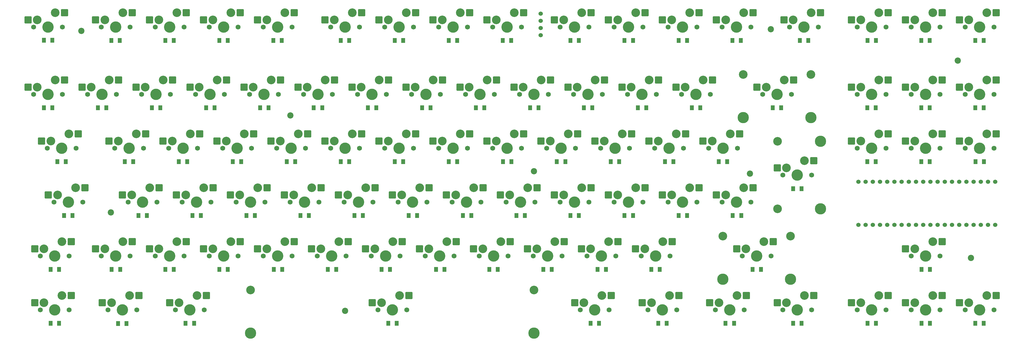
<source format=gbs>
G04 #@! TF.GenerationSoftware,KiCad,Pcbnew,8.0.6*
G04 #@! TF.CreationDate,2024-12-17T01:06:02+01:00*
G04 #@! TF.ProjectId,wxKeyboard,77784b65-7962-46f6-9172-642e6b696361,rev?*
G04 #@! TF.SameCoordinates,Original*
G04 #@! TF.FileFunction,Soldermask,Bot*
G04 #@! TF.FilePolarity,Negative*
%FSLAX46Y46*%
G04 Gerber Fmt 4.6, Leading zero omitted, Abs format (unit mm)*
G04 Created by KiCad (PCBNEW 8.0.6) date 2024-12-17 01:06:02*
%MOMM*%
%LPD*%
G01*
G04 APERTURE LIST*
G04 Aperture macros list*
%AMRoundRect*
0 Rectangle with rounded corners*
0 $1 Rounding radius*
0 $2 $3 $4 $5 $6 $7 $8 $9 X,Y pos of 4 corners*
0 Add a 4 corners polygon primitive as box body*
4,1,4,$2,$3,$4,$5,$6,$7,$8,$9,$2,$3,0*
0 Add four circle primitives for the rounded corners*
1,1,$1+$1,$2,$3*
1,1,$1+$1,$4,$5*
1,1,$1+$1,$6,$7*
1,1,$1+$1,$8,$9*
0 Add four rect primitives between the rounded corners*
20,1,$1+$1,$2,$3,$4,$5,0*
20,1,$1+$1,$4,$5,$6,$7,0*
20,1,$1+$1,$6,$7,$8,$9,0*
20,1,$1+$1,$8,$9,$2,$3,0*%
G04 Aperture macros list end*
%ADD10C,2.200000*%
%ADD11C,3.048000*%
%ADD12C,3.987800*%
%ADD13C,1.750000*%
%ADD14C,3.050000*%
%ADD15C,4.000000*%
%ADD16RoundRect,0.250000X-1.025000X-1.000000X1.025000X-1.000000X1.025000X1.000000X-1.025000X1.000000X0*%
%ADD17C,1.524000*%
%ADD18RoundRect,0.250001X0.462499X0.624999X-0.462499X0.624999X-0.462499X-0.624999X0.462499X-0.624999X0*%
G04 APERTURE END LIST*
D10*
X357200000Y-377200000D03*
X433400000Y-378100000D03*
X290500000Y-426600000D03*
X271200000Y-357500000D03*
X506700000Y-338100000D03*
X440700000Y-327000000D03*
X511300000Y-407900000D03*
X197500000Y-327600000D03*
X207900000Y-391800000D03*
D11*
X443071250Y-390556750D03*
D12*
X458281250Y-390556750D03*
D11*
X443071250Y-366680750D03*
D12*
X458281250Y-366680750D03*
D13*
X421163750Y-426243750D03*
D14*
X422433750Y-423703750D03*
D15*
X426243750Y-426243750D03*
D14*
X428783750Y-421163750D03*
D13*
X431323750Y-426243750D03*
D16*
X419158750Y-423703750D03*
X432085750Y-421163750D03*
D13*
X509270000Y-369093750D03*
D14*
X510540000Y-366553750D03*
D15*
X514350000Y-369093750D03*
D14*
X516890000Y-364013750D03*
D13*
X519430000Y-369093750D03*
D16*
X507265000Y-366553750D03*
X520192000Y-364013750D03*
D13*
X375887500Y-407193750D03*
D14*
X377157500Y-404653750D03*
D15*
X380967500Y-407193750D03*
D14*
X383507500Y-402113750D03*
D13*
X386047500Y-407193750D03*
D16*
X373882500Y-404653750D03*
X386809500Y-402113750D03*
D13*
X471170000Y-326231250D03*
D14*
X472440000Y-323691250D03*
D15*
X476250000Y-326231250D03*
D14*
X478790000Y-321151250D03*
D13*
X481330000Y-326231250D03*
D16*
X469165000Y-323691250D03*
X482092000Y-321151250D03*
D13*
X366395000Y-388143750D03*
D14*
X367665000Y-385603750D03*
D15*
X371475000Y-388143750D03*
D14*
X374015000Y-383063750D03*
D13*
X376555000Y-388143750D03*
D16*
X364390000Y-385603750D03*
X377317000Y-383063750D03*
D13*
X285432500Y-326231250D03*
D14*
X286702500Y-323691250D03*
D15*
X290512500Y-326231250D03*
D14*
X293052500Y-321151250D03*
D13*
X295592500Y-326231250D03*
D16*
X283427500Y-323691250D03*
X296354500Y-321151250D03*
D13*
X423545000Y-326231250D03*
D14*
X424815000Y-323691250D03*
D15*
X428625000Y-326231250D03*
D14*
X431165000Y-321151250D03*
D13*
X433705000Y-326231250D03*
D16*
X421540000Y-323691250D03*
X434467000Y-321151250D03*
D11*
X257181250Y-419258750D03*
D12*
X257181250Y-434468750D03*
D11*
X357181250Y-419258750D03*
D12*
X357181250Y-434468750D03*
D13*
X509270000Y-326231250D03*
D14*
X510540000Y-323691250D03*
D15*
X514350000Y-326231250D03*
D14*
X516890000Y-321151250D03*
D13*
X519430000Y-326231250D03*
D16*
X507265000Y-323691250D03*
X520192000Y-321151250D03*
D13*
X404495000Y-388143750D03*
D14*
X405765000Y-385603750D03*
D15*
X409575000Y-388143750D03*
D14*
X412115000Y-383063750D03*
D13*
X414655000Y-388143750D03*
D16*
X402490000Y-385603750D03*
X415417000Y-383063750D03*
D13*
X187801250Y-388143750D03*
D14*
X189071250Y-385603750D03*
D15*
X192881250Y-388143750D03*
D14*
X195421250Y-383063750D03*
D13*
X197961250Y-388143750D03*
D16*
X185796250Y-385603750D03*
X198723250Y-383063750D03*
D13*
X261620000Y-407193750D03*
D14*
X262890000Y-404653750D03*
D15*
X266700000Y-407193750D03*
D14*
X269240000Y-402113750D03*
D13*
X271780000Y-407193750D03*
D16*
X259615000Y-404653750D03*
X272542000Y-402113750D03*
D13*
X261620000Y-326231250D03*
D14*
X262890000Y-323691250D03*
D15*
X266700000Y-326231250D03*
D14*
X269240000Y-321151250D03*
D13*
X271780000Y-326231250D03*
D16*
X259615000Y-323691250D03*
X272542000Y-321151250D03*
D13*
X280670000Y-407193750D03*
D14*
X281940000Y-404653750D03*
D15*
X285750000Y-407193750D03*
D14*
X288290000Y-402113750D03*
D13*
X290830000Y-407193750D03*
D16*
X278665000Y-404653750D03*
X291592000Y-402113750D03*
D13*
X223520000Y-407193750D03*
D14*
X224790000Y-404653750D03*
D15*
X228600000Y-407193750D03*
D14*
X231140000Y-402113750D03*
D13*
X233680000Y-407193750D03*
D16*
X221515000Y-404653750D03*
X234442000Y-402113750D03*
D13*
X237807500Y-350043750D03*
D14*
X239077500Y-347503750D03*
D15*
X242887500Y-350043750D03*
D14*
X245427500Y-344963750D03*
D13*
X247967500Y-350043750D03*
D16*
X235802500Y-347503750D03*
X248729500Y-344963750D03*
D13*
X290195000Y-388143750D03*
D14*
X291465000Y-385603750D03*
D15*
X295275000Y-388143750D03*
D14*
X297815000Y-383063750D03*
D13*
X300355000Y-388143750D03*
D16*
X288190000Y-385603750D03*
X301117000Y-383063750D03*
D13*
X447357500Y-326231250D03*
D14*
X448627500Y-323691250D03*
D15*
X452437500Y-326231250D03*
D14*
X454977500Y-321151250D03*
D13*
X457517500Y-326231250D03*
D16*
X445352500Y-323691250D03*
X458279500Y-321151250D03*
D13*
X323532500Y-326231250D03*
D14*
X324802500Y-323691250D03*
D15*
X328612500Y-326231250D03*
D14*
X331152500Y-321151250D03*
D13*
X333692500Y-326231250D03*
D16*
X321527500Y-323691250D03*
X334454500Y-321151250D03*
D13*
X230663750Y-426243750D03*
D14*
X231933750Y-423703750D03*
D15*
X235743750Y-426243750D03*
D14*
X238283750Y-421163750D03*
D13*
X240823750Y-426243750D03*
D16*
X228658750Y-423703750D03*
X241585750Y-421163750D03*
D13*
X342582500Y-326231250D03*
D14*
X343852500Y-323691250D03*
D15*
X347662500Y-326231250D03*
D14*
X350202500Y-321151250D03*
D13*
X352742500Y-326231250D03*
D16*
X340577500Y-323691250D03*
X353504500Y-321151250D03*
D13*
X373538750Y-426243750D03*
D14*
X374808750Y-423703750D03*
D15*
X378618750Y-426243750D03*
D14*
X381158750Y-421163750D03*
D13*
X383698750Y-426243750D03*
D16*
X371533750Y-423703750D03*
X384460750Y-421163750D03*
D13*
X342582500Y-369093750D03*
D14*
X343852500Y-366553750D03*
D15*
X347662500Y-369093750D03*
D14*
X350202500Y-364013750D03*
D13*
X352742500Y-369093750D03*
D16*
X340577500Y-366553750D03*
X353504500Y-364013750D03*
D13*
X204470000Y-407193750D03*
D14*
X205740000Y-404653750D03*
D15*
X209550000Y-407193750D03*
D14*
X212090000Y-402113750D03*
D13*
X214630000Y-407193750D03*
D16*
X202465000Y-404653750D03*
X215392000Y-402113750D03*
D13*
X490220000Y-326231250D03*
D14*
X491490000Y-323691250D03*
D15*
X495300000Y-326231250D03*
D14*
X497840000Y-321151250D03*
D13*
X500380000Y-326231250D03*
D16*
X488215000Y-323691250D03*
X501142000Y-321151250D03*
D13*
X285432500Y-369093750D03*
D14*
X286702500Y-366553750D03*
D15*
X290512500Y-369093750D03*
D14*
X293052500Y-364013750D03*
D13*
X295592500Y-369093750D03*
D16*
X283427500Y-366553750D03*
X296354500Y-364013750D03*
D13*
X266382500Y-369093750D03*
D14*
X267652500Y-366553750D03*
D15*
X271462500Y-369093750D03*
D14*
X274002500Y-364013750D03*
D13*
X276542500Y-369093750D03*
D16*
X264377500Y-366553750D03*
X277304500Y-364013750D03*
D13*
X213995000Y-388143750D03*
D14*
X215265000Y-385603750D03*
D15*
X219075000Y-388143750D03*
D14*
X221615000Y-383063750D03*
D13*
X224155000Y-388143750D03*
D16*
X211990000Y-385603750D03*
X224917000Y-383063750D03*
D13*
X180657500Y-326231250D03*
D14*
X181927500Y-323691250D03*
D15*
X185737500Y-326231250D03*
D14*
X188277500Y-321151250D03*
D13*
X190817500Y-326231250D03*
D16*
X178652500Y-323691250D03*
X191579500Y-321151250D03*
D13*
X385445000Y-326231250D03*
D14*
X386715000Y-323691250D03*
D15*
X390525000Y-326231250D03*
D14*
X393065000Y-321151250D03*
D13*
X395605000Y-326231250D03*
D16*
X383440000Y-323691250D03*
X396367000Y-321151250D03*
D11*
X430974500Y-343058750D03*
D12*
X430974500Y-358268750D03*
D11*
X454850500Y-343058750D03*
D12*
X454850500Y-358268750D03*
D13*
X204470000Y-326231250D03*
D14*
X205740000Y-323691250D03*
D15*
X209550000Y-326231250D03*
D14*
X212090000Y-321151250D03*
D13*
X214630000Y-326231250D03*
D16*
X202465000Y-323691250D03*
X215392000Y-321151250D03*
D13*
X328295000Y-388143750D03*
D14*
X329565000Y-385603750D03*
D15*
X333375000Y-388143750D03*
D14*
X335915000Y-383063750D03*
D13*
X338455000Y-388143750D03*
D16*
X326290000Y-385603750D03*
X339217000Y-383063750D03*
D13*
X314007500Y-350043750D03*
D14*
X315277500Y-347503750D03*
D15*
X319087500Y-350043750D03*
D14*
X321627500Y-344963750D03*
D13*
X324167500Y-350043750D03*
D16*
X312002500Y-347503750D03*
X324929500Y-344963750D03*
D13*
X356870000Y-407193750D03*
D14*
X358140000Y-404653750D03*
D15*
X361950000Y-407193750D03*
D14*
X364490000Y-402113750D03*
D13*
X367030000Y-407193750D03*
D16*
X354865000Y-404653750D03*
X367792000Y-402113750D03*
D13*
X490220000Y-426243750D03*
D14*
X491490000Y-423703750D03*
D15*
X495300000Y-426243750D03*
D14*
X497840000Y-421163750D03*
D13*
X500380000Y-426243750D03*
D16*
X488215000Y-423703750D03*
X501142000Y-421163750D03*
D13*
X183038750Y-407193750D03*
D14*
X184308750Y-404653750D03*
D15*
X188118750Y-407193750D03*
D14*
X190658750Y-402113750D03*
D13*
X193198750Y-407193750D03*
D16*
X181033750Y-404653750D03*
X193960750Y-402113750D03*
D13*
X242570000Y-326231250D03*
D14*
X243840000Y-323691250D03*
D15*
X247650000Y-326231250D03*
D14*
X250190000Y-321151250D03*
D13*
X252730000Y-326231250D03*
D16*
X240565000Y-323691250D03*
X253492000Y-321151250D03*
D13*
X304482500Y-369093750D03*
D14*
X305752500Y-366553750D03*
D15*
X309562500Y-369093750D03*
D14*
X312102500Y-364013750D03*
D13*
X314642500Y-369093750D03*
D16*
X302477500Y-366553750D03*
X315404500Y-364013750D03*
D13*
X304482500Y-326231250D03*
D14*
X305752500Y-323691250D03*
D15*
X309562500Y-326231250D03*
D14*
X312102500Y-321151250D03*
D13*
X314642500Y-326231250D03*
D16*
X302477500Y-323691250D03*
X315404500Y-321151250D03*
D13*
X333057500Y-350043750D03*
D14*
X334327500Y-347503750D03*
D15*
X338137500Y-350043750D03*
D14*
X340677500Y-344963750D03*
D13*
X343217500Y-350043750D03*
D16*
X331052500Y-347503750D03*
X343979500Y-344963750D03*
D13*
X399732500Y-369093750D03*
D14*
X401002500Y-366553750D03*
D15*
X404812500Y-369093750D03*
D14*
X407352500Y-364013750D03*
D13*
X409892500Y-369093750D03*
D16*
X397727500Y-366553750D03*
X410654500Y-364013750D03*
D13*
X242570000Y-407193750D03*
D14*
X243840000Y-404653750D03*
D15*
X247650000Y-407193750D03*
D14*
X250190000Y-402113750D03*
D13*
X252730000Y-407193750D03*
D16*
X240565000Y-404653750D03*
X253492000Y-402113750D03*
D13*
X228282500Y-369093750D03*
D14*
X229552500Y-366553750D03*
D15*
X233362500Y-369093750D03*
D14*
X235902500Y-364013750D03*
D13*
X238442500Y-369093750D03*
D16*
X226277500Y-366553750D03*
X239204500Y-364013750D03*
D13*
X256857500Y-350043750D03*
D14*
X258127500Y-347503750D03*
D15*
X261937500Y-350043750D03*
D14*
X264477500Y-344963750D03*
D13*
X267017500Y-350043750D03*
D16*
X254852500Y-347503750D03*
X267779500Y-344963750D03*
D13*
X185420000Y-369093750D03*
D14*
X186690000Y-366553750D03*
D15*
X190500000Y-369093750D03*
D14*
X193040000Y-364013750D03*
D13*
X195580000Y-369093750D03*
D16*
X183415000Y-366553750D03*
X196342000Y-364013750D03*
D13*
X437832500Y-350043750D03*
D14*
X439102500Y-347503750D03*
D15*
X442912500Y-350043750D03*
D14*
X445452500Y-344963750D03*
D13*
X447992500Y-350043750D03*
D16*
X435827500Y-347503750D03*
X448754500Y-344963750D03*
D13*
X183038750Y-426243750D03*
D14*
X184308750Y-423703750D03*
D15*
X188118750Y-426243750D03*
D14*
X190658750Y-421163750D03*
D13*
X193198750Y-426243750D03*
D16*
X181033750Y-423703750D03*
X193960750Y-421163750D03*
D13*
X444976250Y-378618750D03*
D14*
X446246250Y-376078750D03*
D15*
X450056250Y-378618750D03*
D14*
X452596250Y-373538750D03*
D13*
X455136250Y-378618750D03*
D16*
X442971250Y-376078750D03*
X455898250Y-373538750D03*
D13*
X294957500Y-350043750D03*
D14*
X296227500Y-347503750D03*
D15*
X300037500Y-350043750D03*
D14*
X302577500Y-344963750D03*
D13*
X305117500Y-350043750D03*
D16*
X292952500Y-347503750D03*
X305879500Y-344963750D03*
D13*
X471170000Y-350043750D03*
D14*
X472440000Y-347503750D03*
D15*
X476250000Y-350043750D03*
D14*
X478790000Y-344963750D03*
D13*
X481330000Y-350043750D03*
D16*
X469165000Y-347503750D03*
X482092000Y-344963750D03*
D13*
X318770000Y-407193750D03*
D14*
X320040000Y-404653750D03*
D15*
X323850000Y-407193750D03*
D14*
X326390000Y-402113750D03*
D13*
X328930000Y-407193750D03*
D16*
X316765000Y-404653750D03*
X329692000Y-402113750D03*
D13*
X247332500Y-369093750D03*
D14*
X248602500Y-366553750D03*
D15*
X252412500Y-369093750D03*
D14*
X254952500Y-364013750D03*
D13*
X257492500Y-369093750D03*
D16*
X245327500Y-366553750D03*
X258254500Y-364013750D03*
D13*
X409257500Y-350043750D03*
D14*
X410527500Y-347503750D03*
D15*
X414337500Y-350043750D03*
D14*
X416877500Y-344963750D03*
D13*
X419417500Y-350043750D03*
D16*
X407252500Y-347503750D03*
X420179500Y-344963750D03*
D13*
X275907500Y-350043750D03*
D14*
X277177500Y-347503750D03*
D15*
X280987500Y-350043750D03*
D14*
X283527500Y-344963750D03*
D13*
X286067500Y-350043750D03*
D16*
X273902500Y-347503750D03*
X286829500Y-344963750D03*
D13*
X206851250Y-426243750D03*
D14*
X208121250Y-423703750D03*
D15*
X211931250Y-426243750D03*
D14*
X214471250Y-421163750D03*
D13*
X217011250Y-426243750D03*
D16*
X204846250Y-423703750D03*
X217773250Y-421163750D03*
D13*
X509270000Y-350043750D03*
D14*
X510540000Y-347503750D03*
D15*
X514350000Y-350043750D03*
D14*
X516890000Y-344963750D03*
D13*
X519430000Y-350043750D03*
D16*
X507265000Y-347503750D03*
X520192000Y-344963750D03*
D13*
X371157500Y-350043750D03*
D14*
X372427500Y-347503750D03*
D15*
X376237500Y-350043750D03*
D14*
X378777500Y-344963750D03*
D13*
X381317500Y-350043750D03*
D16*
X369152500Y-347503750D03*
X382079500Y-344963750D03*
D13*
X218757500Y-350043750D03*
D14*
X220027500Y-347503750D03*
D15*
X223837500Y-350043750D03*
D14*
X226377500Y-344963750D03*
D13*
X228917500Y-350043750D03*
D16*
X216752500Y-347503750D03*
X229679500Y-344963750D03*
D13*
X385445000Y-388143750D03*
D14*
X386715000Y-385603750D03*
D15*
X390525000Y-388143750D03*
D14*
X393065000Y-383063750D03*
D13*
X395605000Y-388143750D03*
D16*
X383440000Y-385603750D03*
X396367000Y-383063750D03*
D13*
X444976250Y-426243750D03*
D14*
X446246250Y-423703750D03*
D15*
X450056250Y-426243750D03*
D14*
X452596250Y-421163750D03*
D13*
X455136250Y-426243750D03*
D16*
X442971250Y-423703750D03*
X455898250Y-421163750D03*
D13*
X430688750Y-407193750D03*
D14*
X431958750Y-404653750D03*
D15*
X435768750Y-407193750D03*
D14*
X438308750Y-402113750D03*
D13*
X440848750Y-407193750D03*
D16*
X428683750Y-404653750D03*
X441610750Y-402113750D03*
D13*
X490220000Y-407193750D03*
D14*
X491490000Y-404653750D03*
D15*
X495300000Y-407193750D03*
D14*
X497840000Y-402113750D03*
D13*
X500380000Y-407193750D03*
D16*
X488215000Y-404653750D03*
X501142000Y-402113750D03*
D13*
X337820000Y-407193750D03*
D14*
X339090000Y-404653750D03*
D15*
X342900000Y-407193750D03*
D14*
X345440000Y-402113750D03*
D13*
X347980000Y-407193750D03*
D16*
X335815000Y-404653750D03*
X348742000Y-402113750D03*
D13*
X423545000Y-388143750D03*
D14*
X424815000Y-385603750D03*
D15*
X428625000Y-388143750D03*
D14*
X431165000Y-383063750D03*
D13*
X433705000Y-388143750D03*
D16*
X421540000Y-385603750D03*
X434467000Y-383063750D03*
D13*
X471170000Y-369093750D03*
D14*
X472440000Y-366553750D03*
D15*
X476250000Y-369093750D03*
D14*
X478790000Y-364013750D03*
D13*
X481330000Y-369093750D03*
D16*
X469165000Y-366553750D03*
X482092000Y-364013750D03*
D13*
X490220000Y-369093750D03*
D14*
X491490000Y-366553750D03*
D15*
X495300000Y-369093750D03*
D14*
X497840000Y-364013750D03*
D13*
X500380000Y-369093750D03*
D16*
X488215000Y-366553750D03*
X501142000Y-364013750D03*
D13*
X361637500Y-369093750D03*
D14*
X362907500Y-366553750D03*
D15*
X366717500Y-369093750D03*
D14*
X369257500Y-364013750D03*
D13*
X371797500Y-369093750D03*
D16*
X359632500Y-366553750D03*
X372559500Y-364013750D03*
D13*
X309245000Y-388143750D03*
D14*
X310515000Y-385603750D03*
D15*
X314325000Y-388143750D03*
D14*
X316865000Y-383063750D03*
D13*
X319405000Y-388143750D03*
D16*
X307240000Y-385603750D03*
X320167000Y-383063750D03*
D13*
X394970000Y-407193750D03*
D14*
X396240000Y-404653750D03*
D15*
X400050000Y-407193750D03*
D14*
X402590000Y-402113750D03*
D13*
X405130000Y-407193750D03*
D16*
X392965000Y-404653750D03*
X405892000Y-402113750D03*
D13*
X252095000Y-388143750D03*
D14*
X253365000Y-385603750D03*
D15*
X257175000Y-388143750D03*
D14*
X259715000Y-383063750D03*
D13*
X262255000Y-388143750D03*
D16*
X250090000Y-385603750D03*
X263017000Y-383063750D03*
D13*
X302101250Y-426243750D03*
D14*
X303371250Y-423703750D03*
D15*
X307181250Y-426243750D03*
D14*
X309721250Y-421163750D03*
D13*
X312261250Y-426243750D03*
D16*
X300096250Y-423703750D03*
X313023250Y-421163750D03*
D13*
X347345000Y-388143750D03*
D14*
X348615000Y-385603750D03*
D15*
X352425000Y-388143750D03*
D14*
X354965000Y-383063750D03*
D13*
X357505000Y-388143750D03*
D16*
X345340000Y-385603750D03*
X358267000Y-383063750D03*
D13*
X271145000Y-388143750D03*
D14*
X272415000Y-385603750D03*
D15*
X276225000Y-388143750D03*
D14*
X278765000Y-383063750D03*
D13*
X281305000Y-388143750D03*
D16*
X269140000Y-385603750D03*
X282067000Y-383063750D03*
D13*
X471170000Y-426243750D03*
D14*
X472440000Y-423703750D03*
D15*
X476250000Y-426243750D03*
D14*
X478790000Y-421163750D03*
D13*
X481330000Y-426243750D03*
D16*
X469165000Y-423703750D03*
X482092000Y-421163750D03*
D13*
X418782500Y-369093750D03*
D14*
X420052500Y-366553750D03*
D15*
X423862500Y-369093750D03*
D14*
X426402500Y-364013750D03*
D13*
X428942500Y-369093750D03*
D16*
X416777500Y-366553750D03*
X429704500Y-364013750D03*
D13*
X404495000Y-326231250D03*
D14*
X405765000Y-323691250D03*
D15*
X409575000Y-326231250D03*
D14*
X412115000Y-321151250D03*
D13*
X414655000Y-326231250D03*
D16*
X402490000Y-323691250D03*
X415417000Y-321151250D03*
D13*
X323532500Y-369093750D03*
D14*
X324802500Y-366553750D03*
D15*
X328612500Y-369093750D03*
D14*
X331152500Y-364013750D03*
D13*
X333692500Y-369093750D03*
D16*
X321527500Y-366553750D03*
X334454500Y-364013750D03*
D17*
X359500000Y-321500000D03*
X359500000Y-324040000D03*
X359500000Y-326580000D03*
X359500000Y-329120000D03*
D13*
X199707500Y-350043750D03*
D14*
X200977500Y-347503750D03*
D15*
X204787500Y-350043750D03*
D14*
X207327500Y-344963750D03*
D13*
X209867500Y-350043750D03*
D16*
X197702500Y-347503750D03*
X210629500Y-344963750D03*
D13*
X180657500Y-350043750D03*
D14*
X181927500Y-347503750D03*
D15*
X185737500Y-350043750D03*
D14*
X188277500Y-344963750D03*
D13*
X190817500Y-350043750D03*
D16*
X178652500Y-347503750D03*
X191579500Y-344963750D03*
D13*
X209232500Y-369093750D03*
D14*
X210502500Y-366553750D03*
D15*
X214312500Y-369093750D03*
D14*
X216852500Y-364013750D03*
D13*
X219392500Y-369093750D03*
D16*
X207227500Y-366553750D03*
X220154500Y-364013750D03*
D11*
X423830750Y-400208750D03*
D12*
X423830750Y-415418750D03*
D11*
X447706750Y-400208750D03*
D12*
X447706750Y-415418750D03*
D13*
X223520000Y-326231250D03*
D14*
X224790000Y-323691250D03*
D15*
X228600000Y-326231250D03*
D14*
X231140000Y-321151250D03*
D13*
X233680000Y-326231250D03*
D16*
X221515000Y-323691250D03*
X234442000Y-321151250D03*
D13*
X380682500Y-369093750D03*
D14*
X381952500Y-366553750D03*
D15*
X385762500Y-369093750D03*
D14*
X388302500Y-364013750D03*
D13*
X390842500Y-369093750D03*
D16*
X378677500Y-366553750D03*
X391604500Y-364013750D03*
D13*
X390207500Y-350043750D03*
D14*
X391477500Y-347503750D03*
D15*
X395287500Y-350043750D03*
D14*
X397827500Y-344963750D03*
D13*
X400367500Y-350043750D03*
D16*
X388202500Y-347503750D03*
X401129500Y-344963750D03*
D13*
X490220000Y-350043750D03*
D14*
X491490000Y-347503750D03*
D15*
X495300000Y-350043750D03*
D14*
X497840000Y-344963750D03*
D13*
X500380000Y-350043750D03*
D16*
X488215000Y-347503750D03*
X501142000Y-344963750D03*
D13*
X299720000Y-407193750D03*
D14*
X300990000Y-404653750D03*
D15*
X304800000Y-407193750D03*
D14*
X307340000Y-402113750D03*
D13*
X309880000Y-407193750D03*
D16*
X297715000Y-404653750D03*
X310642000Y-402113750D03*
D13*
X366395000Y-326231250D03*
D14*
X367665000Y-323691250D03*
D15*
X371475000Y-326231250D03*
D14*
X374015000Y-321151250D03*
D13*
X376555000Y-326231250D03*
D16*
X364390000Y-323691250D03*
X377317000Y-321151250D03*
D13*
X509270000Y-426243750D03*
D14*
X510540000Y-423703750D03*
D15*
X514350000Y-426243750D03*
D14*
X516890000Y-421163750D03*
D13*
X519430000Y-426243750D03*
D16*
X507265000Y-423703750D03*
X520192000Y-421163750D03*
D13*
X397351250Y-426243750D03*
D14*
X398621250Y-423703750D03*
D15*
X402431250Y-426243750D03*
D14*
X404971250Y-421163750D03*
D13*
X407511250Y-426243750D03*
D16*
X395346250Y-423703750D03*
X408273250Y-421163750D03*
D13*
X352107500Y-350043750D03*
D14*
X353377500Y-347503750D03*
D15*
X357187500Y-350043750D03*
D14*
X359727500Y-344963750D03*
D13*
X362267500Y-350043750D03*
D16*
X350102500Y-347503750D03*
X363029500Y-344963750D03*
D13*
X233045000Y-388143750D03*
D14*
X234315000Y-385603750D03*
D15*
X238125000Y-388143750D03*
D14*
X240665000Y-383063750D03*
D13*
X243205000Y-388143750D03*
D16*
X231040000Y-385603750D03*
X243967000Y-383063750D03*
D18*
X239620000Y-392906250D03*
X236645000Y-392906250D03*
X230087500Y-330993750D03*
X227112500Y-330993750D03*
X249137500Y-411956250D03*
X246162500Y-411956250D03*
X387250000Y-373856250D03*
X384275000Y-373856250D03*
X430157500Y-330993750D03*
X427182500Y-330993750D03*
X320700000Y-354806250D03*
X317725000Y-354806250D03*
X515837500Y-431006250D03*
X512862500Y-431006250D03*
X401537500Y-411956250D03*
X398562500Y-411956250D03*
X187225000Y-354806250D03*
X184250000Y-354806250D03*
X380106250Y-431006250D03*
X377131250Y-431006250D03*
X368207500Y-373856250D03*
X365232500Y-373856250D03*
X213390000Y-431090000D03*
X210415000Y-431090000D03*
X415825000Y-354806250D03*
X412850000Y-354806250D03*
X496847500Y-411956250D03*
X493872500Y-411956250D03*
X237231250Y-431006250D03*
X234256250Y-431006250D03*
X325580000Y-411956250D03*
X322605000Y-411956250D03*
X230087500Y-411956250D03*
X227112500Y-411956250D03*
X211160000Y-411956250D03*
X208185000Y-411956250D03*
X477737500Y-373856250D03*
X474762500Y-373856250D03*
X496787500Y-330993750D03*
X493812500Y-330993750D03*
X268350000Y-411956250D03*
X265375000Y-411956250D03*
X189606250Y-411956250D03*
X186631250Y-411956250D03*
X330100000Y-330993750D03*
X327125000Y-330993750D03*
X277750000Y-392906250D03*
X274775000Y-392906250D03*
X330100000Y-373856250D03*
X327125000Y-373856250D03*
X373015000Y-392906250D03*
X370040000Y-392906250D03*
X315910000Y-392906250D03*
X312935000Y-392906250D03*
X515837500Y-330990000D03*
X512862500Y-330990000D03*
X335090000Y-392906250D03*
X332115000Y-392906250D03*
X211037500Y-330993750D03*
X208062500Y-330993750D03*
X268187500Y-330993750D03*
X265212500Y-330993750D03*
X477790000Y-431000000D03*
X474815000Y-431000000D03*
X403970000Y-431006250D03*
X400995000Y-431006250D03*
X496787500Y-373856250D03*
X493812500Y-373856250D03*
X306400000Y-411956250D03*
X303425000Y-411956250D03*
X244450000Y-354806250D03*
X241475000Y-354806250D03*
X194368750Y-392860000D03*
X191393750Y-392860000D03*
X353912500Y-392906250D03*
X350937500Y-392906250D03*
X515905000Y-373856250D03*
X512930000Y-373856250D03*
X344387500Y-411956250D03*
X341412500Y-411956250D03*
X215800000Y-373856250D03*
X212825000Y-373856250D03*
X258662500Y-392906250D03*
X255687500Y-392906250D03*
X272950000Y-373856250D03*
X269975000Y-373856250D03*
X496830000Y-431006250D03*
X493855000Y-431006250D03*
X287420000Y-411956250D03*
X284445000Y-411956250D03*
X430275000Y-392906250D03*
X427300000Y-392906250D03*
X349240000Y-373856250D03*
X346265000Y-373856250D03*
X189606250Y-431006250D03*
X186631250Y-431006250D03*
X392085000Y-330993750D03*
X389110000Y-330993750D03*
X225325000Y-354806250D03*
X222350000Y-354806250D03*
X406337500Y-373856250D03*
X403362500Y-373856250D03*
X308770000Y-431006250D03*
X305795000Y-431006250D03*
X411177500Y-392906250D03*
X408202500Y-392906250D03*
X296762500Y-392906250D03*
X293787500Y-392906250D03*
X311050000Y-330993750D03*
X308075000Y-330993750D03*
X515837500Y-354806250D03*
X512862500Y-354806250D03*
X311050000Y-373856250D03*
X308075000Y-373856250D03*
X282450000Y-354806250D03*
X279475000Y-354806250D03*
X392085000Y-392906250D03*
X389110000Y-392906250D03*
X292000000Y-330993750D03*
X289025000Y-330993750D03*
X363437500Y-411956250D03*
X360462500Y-411956250D03*
X358785000Y-354806250D03*
X355810000Y-354806250D03*
X396785000Y-354806250D03*
X393810000Y-354806250D03*
X377737500Y-354806250D03*
X374762500Y-354806250D03*
X339625000Y-354806250D03*
X336650000Y-354806250D03*
X427731250Y-431006250D03*
X424756250Y-431006250D03*
X477737500Y-354806250D03*
X474762500Y-354806250D03*
X382545000Y-411956250D03*
X379570000Y-411956250D03*
X292000000Y-373856250D03*
X289025000Y-373856250D03*
X220562500Y-392906250D03*
X217587500Y-392906250D03*
X453925000Y-330993750D03*
X450950000Y-330993750D03*
X206275000Y-354806250D03*
X203300000Y-354806250D03*
X425350000Y-373856250D03*
X422375000Y-373856250D03*
X444400000Y-354806250D03*
X441425000Y-354806250D03*
X249137500Y-330993750D03*
X246162500Y-330993750D03*
X187267500Y-330910000D03*
X184292500Y-330910000D03*
X411155000Y-330993750D03*
X408180000Y-330993750D03*
X191987500Y-373820000D03*
X189012500Y-373820000D03*
X253900000Y-373856250D03*
X250925000Y-373856250D03*
X349150000Y-330993750D03*
X346175000Y-330993750D03*
X477825000Y-330993750D03*
X474850000Y-330993750D03*
D17*
X519880000Y-396240000D03*
X517340000Y-396240000D03*
X514800000Y-396240000D03*
X512260000Y-396240000D03*
X509720000Y-396240000D03*
X507180000Y-396240000D03*
X504640000Y-396240000D03*
X502100000Y-396240000D03*
X499560000Y-396240000D03*
X497020000Y-396240000D03*
X494480000Y-396240000D03*
X491940000Y-396240000D03*
X489400000Y-396240000D03*
X486860000Y-396240000D03*
X484320000Y-396240000D03*
X481780000Y-396240000D03*
X479240000Y-396240000D03*
X476700000Y-396240000D03*
X474160000Y-396240000D03*
X471620000Y-396240000D03*
X519880000Y-381000000D03*
X517340000Y-381000000D03*
X514800000Y-381000000D03*
X512260000Y-381000000D03*
X509720000Y-381000000D03*
X507180000Y-381000000D03*
X504640000Y-381000000D03*
X502100000Y-381000000D03*
X499560000Y-381000000D03*
X497020000Y-381000000D03*
X494480000Y-381000000D03*
X491940000Y-381000000D03*
X489400000Y-381000000D03*
X486860000Y-381000000D03*
X484320000Y-381000000D03*
X481780000Y-381000000D03*
X479240000Y-381000000D03*
X476700000Y-381000000D03*
X474160000Y-381000000D03*
X471620000Y-381000000D03*
D18*
X451543750Y-383381250D03*
X448568750Y-383381250D03*
X301525000Y-354806250D03*
X298550000Y-354806250D03*
X372962500Y-330993750D03*
X369987500Y-330993750D03*
X451570000Y-431006250D03*
X448595000Y-431006250D03*
X234850000Y-373856250D03*
X231875000Y-373856250D03*
X496787500Y-354806250D03*
X493812500Y-354806250D03*
X437277500Y-411956250D03*
X434302500Y-411956250D03*
X263520000Y-354806250D03*
X260545000Y-354806250D03*
M02*

</source>
